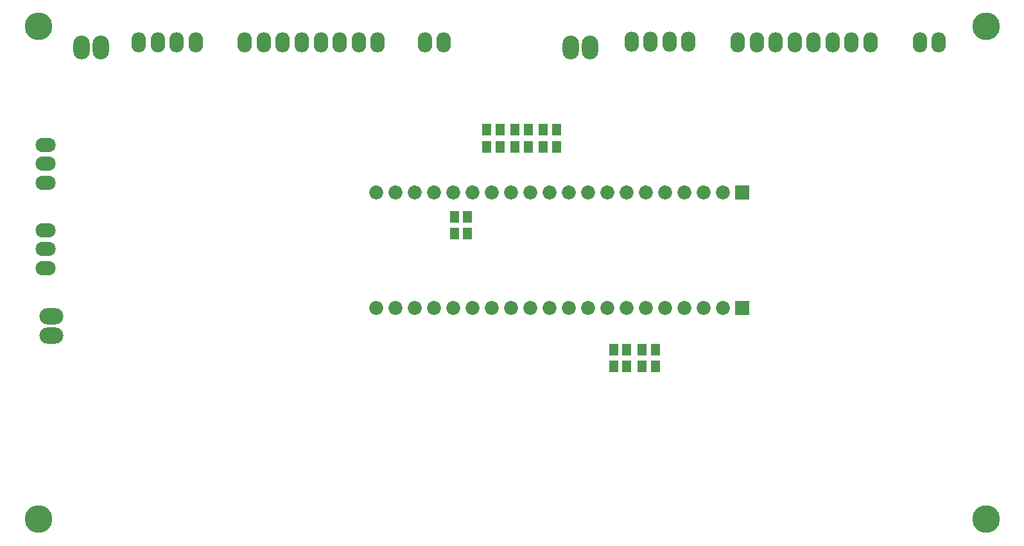
<source format=gbs>
G04*
G04 #@! TF.GenerationSoftware,Altium Limited,Altium Designer,22.9.1 (49)*
G04*
G04 Layer_Color=16711935*
%FSLAX44Y44*%
%MOMM*%
G71*
G04*
G04 #@! TF.SameCoordinates,4021D898-2042-4C7D-8B7F-38EBD3721E5A*
G04*
G04*
G04 #@! TF.FilePolarity,Negative*
G04*
G01*
G75*
%ADD43R,1.3000X1.5000*%
%ADD62O,2.1500X3.1500*%
%ADD63O,3.1500X2.1500*%
%ADD64O,1.9000X2.6500*%
%ADD65O,2.6500X1.9000*%
%ADD66C,3.6500*%
%ADD67C,1.8500*%
%ADD68R,1.8500X1.8500*%
D43*
X783750Y226500D02*
D03*
X801250D02*
D03*
X821250Y226500D02*
D03*
X838750D02*
D03*
X708750Y516500D02*
D03*
X691250D02*
D03*
X671250D02*
D03*
X653750D02*
D03*
X633750D02*
D03*
X616250D02*
D03*
X591250Y401500D02*
D03*
X573750D02*
D03*
Y424000D02*
D03*
X591250D02*
D03*
X801250Y249000D02*
D03*
X783750D02*
D03*
X838750D02*
D03*
X821250D02*
D03*
X708750Y539000D02*
D03*
X691250D02*
D03*
X671250D02*
D03*
X653750D02*
D03*
X633750D02*
D03*
X616250D02*
D03*
D62*
X107700Y647500D02*
D03*
X82300D02*
D03*
X752500D02*
D03*
X727100D02*
D03*
D63*
X42500Y292700D02*
D03*
Y267300D02*
D03*
D64*
X1187500Y654000D02*
D03*
X1212500D02*
D03*
X1097500D02*
D03*
X997500D02*
D03*
X947500D02*
D03*
X972500D02*
D03*
X1022500D02*
D03*
X1047500D02*
D03*
X1072500D02*
D03*
X1122500D02*
D03*
X882500Y655000D02*
D03*
X832500D02*
D03*
X807500D02*
D03*
X857500D02*
D03*
X535000Y654000D02*
D03*
X560000D02*
D03*
X447500D02*
D03*
X347500D02*
D03*
X297500D02*
D03*
X322500D02*
D03*
X372500D02*
D03*
X397500D02*
D03*
X422500D02*
D03*
X472500D02*
D03*
X232500D02*
D03*
X182500D02*
D03*
X157500D02*
D03*
X207500D02*
D03*
D65*
X35000Y494000D02*
D03*
Y469000D02*
D03*
Y519000D02*
D03*
Y381500D02*
D03*
Y356500D02*
D03*
Y406500D02*
D03*
D66*
X1275000Y675000D02*
D03*
Y25000D02*
D03*
X25000D02*
D03*
Y675000D02*
D03*
D67*
X775800Y456146D02*
D03*
X471000D02*
D03*
X496400D02*
D03*
X521800D02*
D03*
X547200D02*
D03*
X572600D02*
D03*
X598000D02*
D03*
X623400D02*
D03*
X648800D02*
D03*
X674200D02*
D03*
X699600D02*
D03*
X725000D02*
D03*
X801200D02*
D03*
X826600D02*
D03*
X852000D02*
D03*
X877400D02*
D03*
X902800D02*
D03*
X928200D02*
D03*
X750400D02*
D03*
X471000Y304000D02*
D03*
X496400D02*
D03*
X521800D02*
D03*
X547200D02*
D03*
X572600D02*
D03*
X598000D02*
D03*
X623400D02*
D03*
X648800D02*
D03*
X674200D02*
D03*
X699600D02*
D03*
X725000D02*
D03*
X750400D02*
D03*
X775800D02*
D03*
X801200D02*
D03*
X826600D02*
D03*
X852000D02*
D03*
X877400D02*
D03*
X902800D02*
D03*
X928200D02*
D03*
D68*
X953600Y456146D02*
D03*
Y304000D02*
D03*
M02*

</source>
